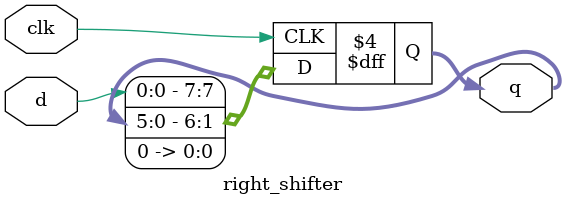
<source format=v>
module right_shifter(clk, q,d);  

    input  clk;  
    input d;  
    output  [7:0] q;  
    reg   [7:0]  q; 
    initial q = 0;

    always @(posedge clk)
          begin
            q <= (q << 1);
            q[7] <= d;
          end  

endmodule
</source>
